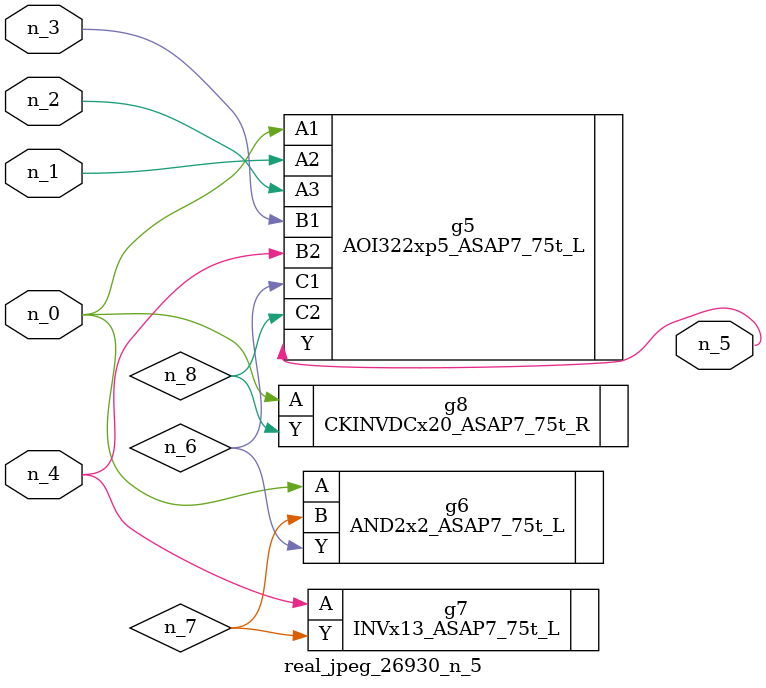
<source format=v>
module real_jpeg_26930_n_5 (n_4, n_0, n_1, n_2, n_3, n_5);

input n_4;
input n_0;
input n_1;
input n_2;
input n_3;

output n_5;

wire n_8;
wire n_6;
wire n_7;

AOI322xp5_ASAP7_75t_L g5 ( 
.A1(n_0),
.A2(n_1),
.A3(n_2),
.B1(n_3),
.B2(n_4),
.C1(n_6),
.C2(n_8),
.Y(n_5)
);

AND2x2_ASAP7_75t_L g6 ( 
.A(n_0),
.B(n_7),
.Y(n_6)
);

CKINVDCx20_ASAP7_75t_R g8 ( 
.A(n_0),
.Y(n_8)
);

INVx13_ASAP7_75t_L g7 ( 
.A(n_4),
.Y(n_7)
);


endmodule
</source>
